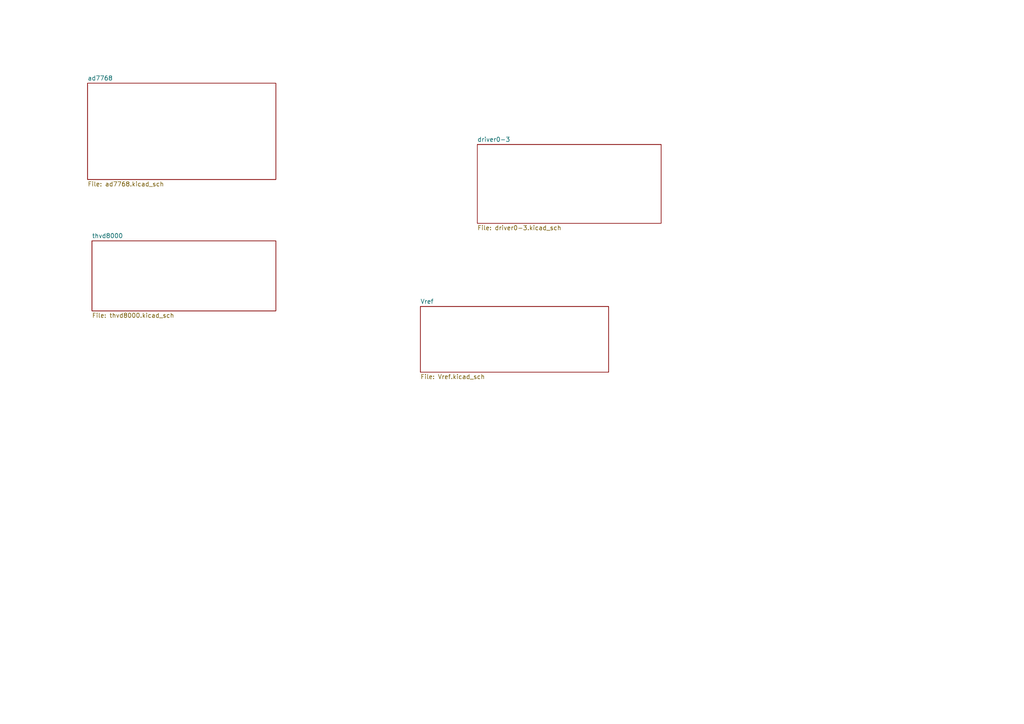
<source format=kicad_sch>
(kicad_sch (version 20211123) (generator eeschema)
  (paper "A4")
  (lib_symbols)
  (sheet (at 138.43 41.91) (size 53.34 22.86) (stroke (width 0.1524))
    (property "Sheet name" "driver0-3" (at 138.43 41.1984 0) (effects (justify left bottom)))
    (property "Sheet file" "driver0-3.kicad_sch" (at 138.43 65.3546 0) (effects (justify left top)))
  )
  (sheet (at 26.67 69.85) (size 53.34 20.32) (stroke (width 0.1524))
    (property "Sheet name" "thvd8000" (at 26.67 69.1384 0) (effects (justify left bottom)))
    (property "Sheet file" "thvd8000.kicad_sch" (at 26.67 90.7546 0) (effects (justify left top)))
  )
  (sheet (at 25.4 24.13) (size 54.61 27.94) (stroke (width 0.1524))
    (property "Sheet name" "ad7768" (at 25.4 23.4184 0) (effects (justify left bottom)))
    (property "Sheet file" "ad7768.kicad_sch" (at 25.4 52.6546 0) (effects (justify left top)))
  )
  (sheet (at 121.92 88.9) (size 54.61 19.05) (stroke (width 0.1524))
    (property "Sheet name" "Vref" (at 121.92 88.1884 0) (effects (justify left bottom)))
    (property "Sheet file" "Vref.kicad_sch" (at 121.92 108.5346 0) (effects (justify left top)))
  )
)
</source>
